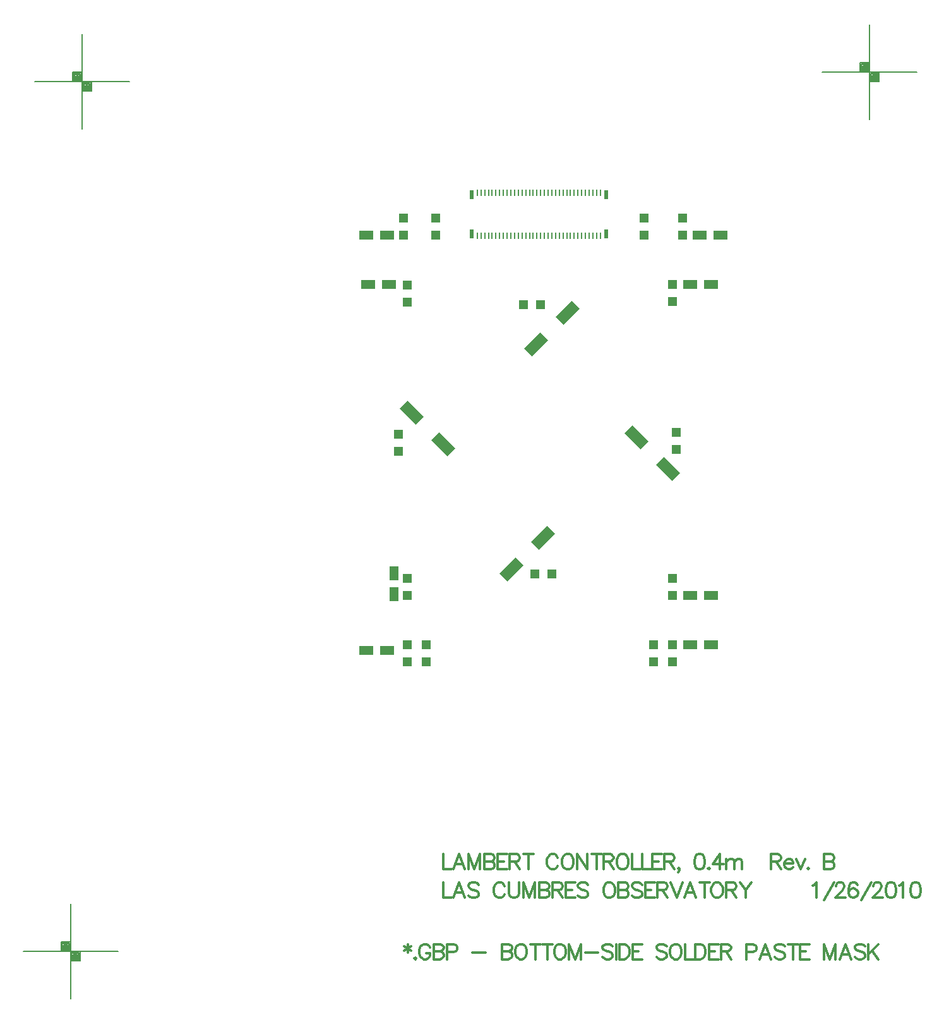
<source format=gbp>
%FSLAX25Y25*%
%MOIN*%
G70*
G01*
G75*
G04 Layer_Color=128*
%ADD10C,0.01000*%
%ADD11C,0.00787*%
%ADD12C,0.00984*%
%ADD13C,0.00700*%
%ADD14C,0.01201*%
%ADD15C,0.00800*%
%ADD16C,0.01200*%
%ADD17C,0.01201*%
%ADD18C,0.07000*%
%ADD19R,0.07000X0.07000*%
%ADD20C,0.05512*%
%ADD21C,0.03937*%
%ADD22C,0.03543*%
%ADD23C,0.07087*%
%ADD24C,0.04807*%
%ADD25C,0.04724*%
%ADD26C,0.16929*%
%ADD27C,0.02400*%
%ADD28C,0.04000*%
%ADD29C,0.09874*%
%ADD30C,0.06000*%
G04:AMPARAMS|DCode=31|XSize=100mil|YSize=100mil|CornerRadius=0mil|HoleSize=0mil|Usage=FLASHONLY|Rotation=0.000|XOffset=0mil|YOffset=0mil|HoleType=Round|Shape=Relief|Width=10mil|Gap=10mil|Entries=4|*
%AMTHD31*
7,0,0,0.10000,0.08000,0.01000,45*
%
%ADD31THD31*%
%ADD32C,0.05347*%
%ADD33C,0.05937*%
%ADD34C,0.05543*%
%ADD35C,0.09087*%
%ADD36C,0.06921*%
%ADD37C,0.18929*%
%ADD38C,0.03000*%
G04:AMPARAMS|DCode=39|XSize=70mil|YSize=70mil|CornerRadius=0mil|HoleSize=0mil|Usage=FLASHONLY|Rotation=0.000|XOffset=0mil|YOffset=0mil|HoleType=Round|Shape=Relief|Width=10mil|Gap=10mil|Entries=4|*
%AMTHD39*
7,0,0,0.07000,0.05000,0.01000,45*
%
%ADD39THD39*%
%ADD40C,0.00500*%
%ADD41R,0.07800X0.04800*%
%ADD42R,0.05000X0.05000*%
G04:AMPARAMS|DCode=43|XSize=59.06mil|YSize=118.11mil|CornerRadius=0mil|HoleSize=0mil|Usage=FLASHONLY|Rotation=225.000|XOffset=0mil|YOffset=0mil|HoleType=Round|Shape=Rectangle|*
%AMROTATEDRECTD43*
4,1,4,-0.02088,0.06264,0.06264,-0.02088,0.02088,-0.06264,-0.06264,0.02088,-0.02088,0.06264,0.0*
%
%ADD43ROTATEDRECTD43*%

%ADD44R,0.02362X0.05118*%
%ADD45R,0.00984X0.03543*%
G04:AMPARAMS|DCode=46|XSize=59.06mil|YSize=118.11mil|CornerRadius=0mil|HoleSize=0mil|Usage=FLASHONLY|Rotation=315.000|XOffset=0mil|YOffset=0mil|HoleType=Round|Shape=Rectangle|*
%AMROTATEDRECTD46*
4,1,4,-0.06264,-0.02088,0.02088,0.06264,0.06264,0.02088,-0.02088,-0.06264,-0.06264,-0.02088,0.0*
%
%ADD46ROTATEDRECTD46*%

%ADD47R,0.05000X0.05000*%
%ADD48R,0.04800X0.07800*%
%ADD49C,0.03000*%
D15*
X293161Y320429D02*
X294161D01*
X293161Y319929D02*
Y320929D01*
Y319929D02*
X294161D01*
Y320929D01*
X293161D02*
X294161D01*
X292661Y319429D02*
Y320929D01*
Y319429D02*
X294661D01*
Y321429D01*
X292661D02*
X294661D01*
X292161Y318929D02*
Y321429D01*
Y318929D02*
X295161D01*
Y321929D01*
X292161D02*
X295161D01*
X291661Y318429D02*
Y322429D01*
Y318429D02*
X295661D01*
Y322429D01*
X291661D02*
X295661D01*
X298161Y315429D02*
X299161D01*
X298161Y314929D02*
Y315929D01*
Y314929D02*
X299161D01*
Y315929D01*
X298161D02*
X299161D01*
X297661Y314429D02*
Y315929D01*
Y314429D02*
X299661D01*
Y316429D01*
X297661D02*
X299661D01*
X297161Y313929D02*
Y316429D01*
Y313929D02*
X300161D01*
Y316929D01*
X297161D02*
X300161D01*
X296661Y313429D02*
Y317429D01*
Y313429D02*
X300661D01*
Y317429D01*
X296661D02*
X300661D01*
X296161Y312929D02*
X301161D01*
Y317929D01*
X291161Y322929D02*
X296161D01*
X291161Y317929D02*
Y322929D01*
X296161Y292929D02*
Y342929D01*
X271161Y317929D02*
X321161D01*
X-122488Y315492D02*
X-121488D01*
X-122488Y314992D02*
Y315992D01*
Y314992D02*
X-121488D01*
Y315992D01*
X-122488D02*
X-121488D01*
X-122988Y314492D02*
Y315992D01*
Y314492D02*
X-120988D01*
Y316492D01*
X-122988D02*
X-120988D01*
X-123488Y313992D02*
Y316492D01*
Y313992D02*
X-120488D01*
Y316992D01*
X-123488D02*
X-120488D01*
X-123988Y313492D02*
Y317492D01*
Y313492D02*
X-119988D01*
Y317492D01*
X-123988D02*
X-119988D01*
X-117488Y310492D02*
X-116488D01*
X-117488Y309992D02*
Y310992D01*
Y309992D02*
X-116488D01*
Y310992D01*
X-117488D02*
X-116488D01*
X-117988Y309492D02*
Y310992D01*
Y309492D02*
X-115988D01*
Y311492D01*
X-117988D02*
X-115988D01*
X-118488Y308992D02*
Y311492D01*
Y308992D02*
X-115488D01*
Y311992D01*
X-118488D02*
X-115488D01*
X-118988Y308492D02*
Y312492D01*
Y308492D02*
X-114988D01*
Y312492D01*
X-118988D02*
X-114988D01*
X-119488Y307992D02*
X-114488D01*
Y312992D01*
X-124488Y317992D02*
X-119488D01*
X-124488Y312992D02*
Y317992D01*
X-119488Y287992D02*
Y337992D01*
X-144488Y312992D02*
X-94488D01*
X-128591Y-143268D02*
X-127591D01*
X-128591Y-143768D02*
Y-142768D01*
Y-143768D02*
X-127591D01*
Y-142768D01*
X-128591D02*
X-127591D01*
X-129091Y-144268D02*
Y-142768D01*
Y-144268D02*
X-127091D01*
Y-142268D01*
X-129091D02*
X-127091D01*
X-129591Y-144768D02*
Y-142268D01*
Y-144768D02*
X-126591D01*
Y-141768D01*
X-129591D02*
X-126591D01*
X-130091Y-145268D02*
Y-141268D01*
Y-145268D02*
X-126091D01*
Y-141268D01*
X-130091D02*
X-126091D01*
X-123591Y-148268D02*
X-122591D01*
X-123591Y-148768D02*
Y-147768D01*
Y-148768D02*
X-122591D01*
Y-147768D01*
X-123591D02*
X-122591D01*
X-124091Y-149268D02*
Y-147768D01*
Y-149268D02*
X-122091D01*
Y-147268D01*
X-124091D02*
X-122091D01*
X-124591Y-149768D02*
Y-147268D01*
Y-149768D02*
X-121591D01*
Y-146768D01*
X-124591D02*
X-121591D01*
X-125091Y-150268D02*
Y-146268D01*
Y-150268D02*
X-121091D01*
Y-146268D01*
X-125091D02*
X-121091D01*
X-125591Y-150768D02*
X-120591D01*
Y-145768D01*
X-130591Y-140768D02*
X-125591D01*
X-130591Y-145768D02*
Y-140768D01*
X-125591Y-170768D02*
Y-120768D01*
X-150591Y-145768D02*
X-100591D01*
D16*
X52397Y-141903D02*
Y-146474D01*
X50492Y-143046D02*
X54301Y-145331D01*
Y-143046D02*
X50492Y-145331D01*
X56319Y-149140D02*
X55939Y-149521D01*
X56319Y-149902D01*
X56700Y-149521D01*
X56319Y-149140D01*
X64165Y-143808D02*
X63784Y-143046D01*
X63023Y-142284D01*
X62261Y-141903D01*
X60738D01*
X59976Y-142284D01*
X59214Y-143046D01*
X58833Y-143808D01*
X58452Y-144950D01*
Y-146855D01*
X58833Y-147997D01*
X59214Y-148759D01*
X59976Y-149521D01*
X60738Y-149902D01*
X62261D01*
X63023Y-149521D01*
X63784Y-148759D01*
X64165Y-147997D01*
Y-146855D01*
X62261D02*
X64165D01*
X65994Y-141903D02*
Y-149902D01*
Y-141903D02*
X69421D01*
X70564Y-142284D01*
X70945Y-142665D01*
X71326Y-143427D01*
Y-144188D01*
X70945Y-144950D01*
X70564Y-145331D01*
X69421Y-145712D01*
X65994D02*
X69421D01*
X70564Y-146093D01*
X70945Y-146474D01*
X71326Y-147236D01*
Y-148378D01*
X70945Y-149140D01*
X70564Y-149521D01*
X69421Y-149902D01*
X65994D01*
X73116Y-146093D02*
X76544D01*
X77686Y-145712D01*
X78067Y-145331D01*
X78448Y-144569D01*
Y-143427D01*
X78067Y-142665D01*
X77686Y-142284D01*
X76544Y-141903D01*
X73116D01*
Y-149902D01*
X86523Y-146474D02*
X93378D01*
X102024Y-141903D02*
Y-149902D01*
Y-141903D02*
X105452D01*
X106594Y-142284D01*
X106975Y-142665D01*
X107356Y-143427D01*
Y-144188D01*
X106975Y-144950D01*
X106594Y-145331D01*
X105452Y-145712D01*
X102024D02*
X105452D01*
X106594Y-146093D01*
X106975Y-146474D01*
X107356Y-147236D01*
Y-148378D01*
X106975Y-149140D01*
X106594Y-149521D01*
X105452Y-149902D01*
X102024D01*
X111431Y-141903D02*
X110670Y-142284D01*
X109908Y-143046D01*
X109527Y-143808D01*
X109146Y-144950D01*
Y-146855D01*
X109527Y-147997D01*
X109908Y-148759D01*
X110670Y-149521D01*
X111431Y-149902D01*
X112955D01*
X113717Y-149521D01*
X114478Y-148759D01*
X114859Y-147997D01*
X115240Y-146855D01*
Y-144950D01*
X114859Y-143808D01*
X114478Y-143046D01*
X113717Y-142284D01*
X112955Y-141903D01*
X111431D01*
X119773D02*
Y-149902D01*
X117106Y-141903D02*
X122439D01*
X126057D02*
Y-149902D01*
X123391Y-141903D02*
X128723D01*
X131960D02*
X131199Y-142284D01*
X130437Y-143046D01*
X130056Y-143808D01*
X129675Y-144950D01*
Y-146855D01*
X130056Y-147997D01*
X130437Y-148759D01*
X131199Y-149521D01*
X131960Y-149902D01*
X133484D01*
X134246Y-149521D01*
X135007Y-148759D01*
X135388Y-147997D01*
X135769Y-146855D01*
Y-144950D01*
X135388Y-143808D01*
X135007Y-143046D01*
X134246Y-142284D01*
X133484Y-141903D01*
X131960D01*
X137635D02*
Y-149902D01*
Y-141903D02*
X140682Y-149902D01*
X143729Y-141903D02*
X140682Y-149902D01*
X143729Y-141903D02*
Y-149902D01*
X146014Y-146474D02*
X152870D01*
X160564Y-143046D02*
X159802Y-142284D01*
X158659Y-141903D01*
X157136D01*
X155993Y-142284D01*
X155232Y-143046D01*
Y-143808D01*
X155613Y-144569D01*
X155993Y-144950D01*
X156755Y-145331D01*
X159040Y-146093D01*
X159802Y-146474D01*
X160183Y-146855D01*
X160564Y-147616D01*
Y-148759D01*
X159802Y-149521D01*
X158659Y-149902D01*
X157136D01*
X155993Y-149521D01*
X155232Y-148759D01*
X162354Y-141903D02*
Y-149902D01*
X164030Y-141903D02*
Y-149902D01*
Y-141903D02*
X166696D01*
X167838Y-142284D01*
X168600Y-143046D01*
X168981Y-143808D01*
X169362Y-144950D01*
Y-146855D01*
X168981Y-147997D01*
X168600Y-148759D01*
X167838Y-149521D01*
X166696Y-149902D01*
X164030D01*
X176103Y-141903D02*
X171152D01*
Y-149902D01*
X176103D01*
X171152Y-145712D02*
X174199D01*
X189053Y-143046D02*
X188291Y-142284D01*
X187149Y-141903D01*
X185625D01*
X184483Y-142284D01*
X183721Y-143046D01*
Y-143808D01*
X184102Y-144569D01*
X184483Y-144950D01*
X185244Y-145331D01*
X187529Y-146093D01*
X188291Y-146474D01*
X188672Y-146855D01*
X189053Y-147616D01*
Y-148759D01*
X188291Y-149521D01*
X187149Y-149902D01*
X185625D01*
X184483Y-149521D01*
X183721Y-148759D01*
X193128Y-141903D02*
X192367Y-142284D01*
X191605Y-143046D01*
X191224Y-143808D01*
X190843Y-144950D01*
Y-146855D01*
X191224Y-147997D01*
X191605Y-148759D01*
X192367Y-149521D01*
X193128Y-149902D01*
X194652D01*
X195413Y-149521D01*
X196175Y-148759D01*
X196556Y-147997D01*
X196937Y-146855D01*
Y-144950D01*
X196556Y-143808D01*
X196175Y-143046D01*
X195413Y-142284D01*
X194652Y-141903D01*
X193128D01*
X198803D02*
Y-149902D01*
X203374D01*
X204250Y-141903D02*
Y-149902D01*
Y-141903D02*
X206916D01*
X208058Y-142284D01*
X208820Y-143046D01*
X209201Y-143808D01*
X209582Y-144950D01*
Y-146855D01*
X209201Y-147997D01*
X208820Y-148759D01*
X208058Y-149521D01*
X206916Y-149902D01*
X204250D01*
X216323Y-141903D02*
X211372D01*
Y-149902D01*
X216323D01*
X211372Y-145712D02*
X214419D01*
X217656Y-141903D02*
Y-149902D01*
Y-141903D02*
X221084D01*
X222227Y-142284D01*
X222608Y-142665D01*
X222989Y-143427D01*
Y-144188D01*
X222608Y-144950D01*
X222227Y-145331D01*
X221084Y-145712D01*
X217656D01*
X220322D02*
X222989Y-149902D01*
X231063Y-146093D02*
X234491D01*
X235633Y-145712D01*
X236014Y-145331D01*
X236395Y-144569D01*
Y-143427D01*
X236014Y-142665D01*
X235633Y-142284D01*
X234491Y-141903D01*
X231063D01*
Y-149902D01*
X244279D02*
X241232Y-141903D01*
X238185Y-149902D01*
X239328Y-147236D02*
X243137D01*
X251478Y-143046D02*
X250716Y-142284D01*
X249573Y-141903D01*
X248050D01*
X246907Y-142284D01*
X246145Y-143046D01*
Y-143808D01*
X246526Y-144569D01*
X246907Y-144950D01*
X247669Y-145331D01*
X249954Y-146093D01*
X250716Y-146474D01*
X251097Y-146855D01*
X251478Y-147616D01*
Y-148759D01*
X250716Y-149521D01*
X249573Y-149902D01*
X248050D01*
X246907Y-149521D01*
X246145Y-148759D01*
X255934Y-141903D02*
Y-149902D01*
X253268Y-141903D02*
X258600D01*
X264503D02*
X259552D01*
Y-149902D01*
X264503D01*
X259552Y-145712D02*
X262599D01*
X272121Y-141903D02*
Y-149902D01*
Y-141903D02*
X275168Y-149902D01*
X278215Y-141903D02*
X275168Y-149902D01*
X278215Y-141903D02*
Y-149902D01*
X286594D02*
X283547Y-141903D01*
X280500Y-149902D01*
X281643Y-147236D02*
X285451D01*
X293792Y-143046D02*
X293031Y-142284D01*
X291888Y-141903D01*
X290365D01*
X289222Y-142284D01*
X288460Y-143046D01*
Y-143808D01*
X288841Y-144569D01*
X289222Y-144950D01*
X289984Y-145331D01*
X292269Y-146093D01*
X293031Y-146474D01*
X293411Y-146855D01*
X293792Y-147616D01*
Y-148759D01*
X293031Y-149521D01*
X291888Y-149902D01*
X290365D01*
X289222Y-149521D01*
X288460Y-148759D01*
X295583Y-141903D02*
Y-149902D01*
X300915Y-141903D02*
X295583Y-147236D01*
X297487Y-145331D02*
X300915Y-149902D01*
X71020Y-94454D02*
Y-102452D01*
X75590D01*
X82560D02*
X79513Y-94454D01*
X76466Y-102452D01*
X77609Y-99786D02*
X81417D01*
X84426Y-94454D02*
Y-102452D01*
Y-94454D02*
X87473Y-102452D01*
X90520Y-94454D02*
X87473Y-102452D01*
X90520Y-94454D02*
Y-102452D01*
X92805Y-94454D02*
Y-102452D01*
Y-94454D02*
X96233D01*
X97376Y-94835D01*
X97757Y-95215D01*
X98138Y-95977D01*
Y-96739D01*
X97757Y-97501D01*
X97376Y-97882D01*
X96233Y-98262D01*
X92805D02*
X96233D01*
X97376Y-98643D01*
X97757Y-99024D01*
X98138Y-99786D01*
Y-100928D01*
X97757Y-101690D01*
X97376Y-102071D01*
X96233Y-102452D01*
X92805D01*
X104879Y-94454D02*
X99928D01*
Y-102452D01*
X104879D01*
X99928Y-98262D02*
X102975D01*
X106212Y-94454D02*
Y-102452D01*
Y-94454D02*
X109640D01*
X110783Y-94835D01*
X111163Y-95215D01*
X111544Y-95977D01*
Y-96739D01*
X111163Y-97501D01*
X110783Y-97882D01*
X109640Y-98262D01*
X106212D01*
X108878D02*
X111544Y-102452D01*
X116000Y-94454D02*
Y-102452D01*
X113334Y-94454D02*
X118667D01*
X131616Y-96358D02*
X131235Y-95596D01*
X130474Y-94835D01*
X129712Y-94454D01*
X128188D01*
X127427Y-94835D01*
X126665Y-95596D01*
X126284Y-96358D01*
X125903Y-97501D01*
Y-99405D01*
X126284Y-100548D01*
X126665Y-101309D01*
X127427Y-102071D01*
X128188Y-102452D01*
X129712D01*
X130474Y-102071D01*
X131235Y-101309D01*
X131616Y-100548D01*
X136149Y-94454D02*
X135387Y-94835D01*
X134625Y-95596D01*
X134244Y-96358D01*
X133863Y-97501D01*
Y-99405D01*
X134244Y-100548D01*
X134625Y-101309D01*
X135387Y-102071D01*
X136149Y-102452D01*
X137672D01*
X138434Y-102071D01*
X139196Y-101309D01*
X139576Y-100548D01*
X139957Y-99405D01*
Y-97501D01*
X139576Y-96358D01*
X139196Y-95596D01*
X138434Y-94835D01*
X137672Y-94454D01*
X136149D01*
X141824D02*
Y-102452D01*
Y-94454D02*
X147156Y-102452D01*
Y-94454D02*
Y-102452D01*
X152031Y-94454D02*
Y-102452D01*
X149365Y-94454D02*
X154697D01*
X155649D02*
Y-102452D01*
Y-94454D02*
X159077D01*
X160220Y-94835D01*
X160600Y-95215D01*
X160981Y-95977D01*
Y-96739D01*
X160600Y-97501D01*
X160220Y-97882D01*
X159077Y-98262D01*
X155649D01*
X158315D02*
X160981Y-102452D01*
X165057Y-94454D02*
X164295Y-94835D01*
X163533Y-95596D01*
X163152Y-96358D01*
X162771Y-97501D01*
Y-99405D01*
X163152Y-100548D01*
X163533Y-101309D01*
X164295Y-102071D01*
X165057Y-102452D01*
X166580D01*
X167342Y-102071D01*
X168104Y-101309D01*
X168484Y-100548D01*
X168865Y-99405D01*
Y-97501D01*
X168484Y-96358D01*
X168104Y-95596D01*
X167342Y-94835D01*
X166580Y-94454D01*
X165057D01*
X170732D02*
Y-102452D01*
X175302D01*
X176178Y-94454D02*
Y-102452D01*
X180748D01*
X186576Y-94454D02*
X181624D01*
Y-102452D01*
X186576D01*
X181624Y-98262D02*
X184671D01*
X187909Y-94454D02*
Y-102452D01*
Y-94454D02*
X191337D01*
X192479Y-94835D01*
X192860Y-95215D01*
X193241Y-95977D01*
Y-96739D01*
X192860Y-97501D01*
X192479Y-97882D01*
X191337Y-98262D01*
X187909D01*
X190575D02*
X193241Y-102452D01*
X195793Y-102071D02*
X195412Y-102452D01*
X195031Y-102071D01*
X195412Y-101690D01*
X195793Y-102071D01*
Y-102833D01*
X195412Y-103595D01*
X195031Y-103975D01*
X206115Y-94454D02*
X204972Y-94835D01*
X204210Y-95977D01*
X203829Y-97882D01*
Y-99024D01*
X204210Y-100928D01*
X204972Y-102071D01*
X206115Y-102452D01*
X206876D01*
X208019Y-102071D01*
X208781Y-100928D01*
X209161Y-99024D01*
Y-97882D01*
X208781Y-95977D01*
X208019Y-94835D01*
X206876Y-94454D01*
X206115D01*
X211333Y-101690D02*
X210952Y-102071D01*
X211333Y-102452D01*
X211713Y-102071D01*
X211333Y-101690D01*
X217274Y-94454D02*
X213465Y-99786D01*
X219178D01*
X217274Y-94454D02*
Y-102452D01*
X220588Y-97120D02*
Y-102452D01*
Y-98643D02*
X221730Y-97501D01*
X222492Y-97120D01*
X223635D01*
X224396Y-97501D01*
X224777Y-98643D01*
Y-102452D01*
Y-98643D02*
X225920Y-97501D01*
X226682Y-97120D01*
X227824D01*
X228586Y-97501D01*
X228967Y-98643D01*
Y-102452D01*
X244049Y-94454D02*
Y-102452D01*
Y-94454D02*
X247477D01*
X248620Y-94835D01*
X249001Y-95215D01*
X249381Y-95977D01*
Y-96739D01*
X249001Y-97501D01*
X248620Y-97882D01*
X247477Y-98262D01*
X244049D01*
X246715D02*
X249381Y-102452D01*
X251171Y-99405D02*
X255742D01*
Y-98643D01*
X255361Y-97882D01*
X254980Y-97501D01*
X254219Y-97120D01*
X253076D01*
X252314Y-97501D01*
X251552Y-98262D01*
X251171Y-99405D01*
Y-100167D01*
X251552Y-101309D01*
X252314Y-102071D01*
X253076Y-102452D01*
X254219D01*
X254980Y-102071D01*
X255742Y-101309D01*
X257456Y-97120D02*
X259741Y-102452D01*
X262026Y-97120D02*
X259741Y-102452D01*
X263702Y-101690D02*
X263321Y-102071D01*
X263702Y-102452D01*
X264083Y-102071D01*
X263702Y-101690D01*
X272119Y-94454D02*
Y-102452D01*
Y-94454D02*
X275547D01*
X276690Y-94835D01*
X277071Y-95215D01*
X277452Y-95977D01*
Y-96739D01*
X277071Y-97501D01*
X276690Y-97882D01*
X275547Y-98262D01*
X272119D02*
X275547D01*
X276690Y-98643D01*
X277071Y-99024D01*
X277452Y-99786D01*
Y-100928D01*
X277071Y-101690D01*
X276690Y-102071D01*
X275547Y-102452D01*
X272119D01*
D17*
X71020Y-109455D02*
Y-117454D01*
X75590D01*
X82560D02*
X79513Y-109455D01*
X76466Y-117454D01*
X77609Y-114787D02*
X81417D01*
X89758Y-110598D02*
X88997Y-109836D01*
X87854Y-109455D01*
X86331D01*
X85188Y-109836D01*
X84426Y-110598D01*
Y-111360D01*
X84807Y-112121D01*
X85188Y-112502D01*
X85950Y-112883D01*
X88235Y-113645D01*
X88997Y-114026D01*
X89378Y-114407D01*
X89758Y-115168D01*
Y-116311D01*
X88997Y-117073D01*
X87854Y-117454D01*
X86331D01*
X85188Y-117073D01*
X84426Y-116311D01*
X103546Y-111360D02*
X103165Y-110598D01*
X102403Y-109836D01*
X101642Y-109455D01*
X100118D01*
X99356Y-109836D01*
X98595Y-110598D01*
X98214Y-111360D01*
X97833Y-112502D01*
Y-114407D01*
X98214Y-115549D01*
X98595Y-116311D01*
X99356Y-117073D01*
X100118Y-117454D01*
X101642D01*
X102403Y-117073D01*
X103165Y-116311D01*
X103546Y-115549D01*
X105793Y-109455D02*
Y-115168D01*
X106174Y-116311D01*
X106936Y-117073D01*
X108078Y-117454D01*
X108840D01*
X109983Y-117073D01*
X110745Y-116311D01*
X111125Y-115168D01*
Y-109455D01*
X113334D02*
Y-117454D01*
Y-109455D02*
X116381Y-117454D01*
X119428Y-109455D02*
X116381Y-117454D01*
X119428Y-109455D02*
Y-117454D01*
X121714Y-109455D02*
Y-117454D01*
Y-109455D02*
X125141D01*
X126284Y-109836D01*
X126665Y-110217D01*
X127046Y-110979D01*
Y-111741D01*
X126665Y-112502D01*
X126284Y-112883D01*
X125141Y-113264D01*
X121714D02*
X125141D01*
X126284Y-113645D01*
X126665Y-114026D01*
X127046Y-114787D01*
Y-115930D01*
X126665Y-116692D01*
X126284Y-117073D01*
X125141Y-117454D01*
X121714D01*
X128836Y-109455D02*
Y-117454D01*
Y-109455D02*
X132264D01*
X133406Y-109836D01*
X133787Y-110217D01*
X134168Y-110979D01*
Y-111741D01*
X133787Y-112502D01*
X133406Y-112883D01*
X132264Y-113264D01*
X128836D01*
X131502D02*
X134168Y-117454D01*
X140909Y-109455D02*
X135958D01*
Y-117454D01*
X140909D01*
X135958Y-113264D02*
X139005D01*
X147575Y-110598D02*
X146813Y-109836D01*
X145670Y-109455D01*
X144147D01*
X143004Y-109836D01*
X142243Y-110598D01*
Y-111360D01*
X142623Y-112121D01*
X143004Y-112502D01*
X143766Y-112883D01*
X146051Y-113645D01*
X146813Y-114026D01*
X147194Y-114407D01*
X147575Y-115168D01*
Y-116311D01*
X146813Y-117073D01*
X145670Y-117454D01*
X144147D01*
X143004Y-117073D01*
X142243Y-116311D01*
X157934Y-109455D02*
X157173Y-109836D01*
X156411Y-110598D01*
X156030Y-111360D01*
X155649Y-112502D01*
Y-114407D01*
X156030Y-115549D01*
X156411Y-116311D01*
X157173Y-117073D01*
X157934Y-117454D01*
X159458D01*
X160220Y-117073D01*
X160981Y-116311D01*
X161362Y-115549D01*
X161743Y-114407D01*
Y-112502D01*
X161362Y-111360D01*
X160981Y-110598D01*
X160220Y-109836D01*
X159458Y-109455D01*
X157934D01*
X163609D02*
Y-117454D01*
Y-109455D02*
X167037D01*
X168180Y-109836D01*
X168561Y-110217D01*
X168941Y-110979D01*
Y-111741D01*
X168561Y-112502D01*
X168180Y-112883D01*
X167037Y-113264D01*
X163609D02*
X167037D01*
X168180Y-113645D01*
X168561Y-114026D01*
X168941Y-114787D01*
Y-115930D01*
X168561Y-116692D01*
X168180Y-117073D01*
X167037Y-117454D01*
X163609D01*
X176064Y-110598D02*
X175302Y-109836D01*
X174160Y-109455D01*
X172636D01*
X171493Y-109836D01*
X170732Y-110598D01*
Y-111360D01*
X171113Y-112121D01*
X171493Y-112502D01*
X172255Y-112883D01*
X174540Y-113645D01*
X175302Y-114026D01*
X175683Y-114407D01*
X176064Y-115168D01*
Y-116311D01*
X175302Y-117073D01*
X174160Y-117454D01*
X172636D01*
X171493Y-117073D01*
X170732Y-116311D01*
X182805Y-109455D02*
X177854D01*
Y-117454D01*
X182805D01*
X177854Y-113264D02*
X180901D01*
X184138Y-109455D02*
Y-117454D01*
Y-109455D02*
X187566D01*
X188709Y-109836D01*
X189090Y-110217D01*
X189471Y-110979D01*
Y-111741D01*
X189090Y-112502D01*
X188709Y-112883D01*
X187566Y-113264D01*
X184138D01*
X186804D02*
X189471Y-117454D01*
X191261Y-109455D02*
X194307Y-117454D01*
X197354Y-109455D02*
X194307Y-117454D01*
X204477D02*
X201430Y-109455D01*
X198383Y-117454D01*
X199525Y-114787D02*
X203334D01*
X209009Y-109455D02*
Y-117454D01*
X206343Y-109455D02*
X211675D01*
X214913D02*
X214151Y-109836D01*
X213389Y-110598D01*
X213008Y-111360D01*
X212627Y-112502D01*
Y-114407D01*
X213008Y-115549D01*
X213389Y-116311D01*
X214151Y-117073D01*
X214913Y-117454D01*
X216436D01*
X217198Y-117073D01*
X217960Y-116311D01*
X218340Y-115549D01*
X218721Y-114407D01*
Y-112502D01*
X218340Y-111360D01*
X217960Y-110598D01*
X217198Y-109836D01*
X216436Y-109455D01*
X214913D01*
X220588D02*
Y-117454D01*
Y-109455D02*
X224015D01*
X225158Y-109836D01*
X225539Y-110217D01*
X225920Y-110979D01*
Y-111741D01*
X225539Y-112502D01*
X225158Y-112883D01*
X224015Y-113264D01*
X220588D01*
X223254D02*
X225920Y-117454D01*
X227710Y-109455D02*
X230757Y-113264D01*
Y-117454D01*
X233804Y-109455D02*
X230757Y-113264D01*
X266254Y-110979D02*
X267016Y-110598D01*
X268158Y-109455D01*
Y-117454D01*
X272119Y-118596D02*
X277452Y-109455D01*
X278366Y-111360D02*
Y-110979D01*
X278747Y-110217D01*
X279127Y-109836D01*
X279889Y-109455D01*
X281413D01*
X282174Y-109836D01*
X282555Y-110217D01*
X282936Y-110979D01*
Y-111741D01*
X282555Y-112502D01*
X281794Y-113645D01*
X277985Y-117454D01*
X283317D01*
X289678Y-110598D02*
X289297Y-109836D01*
X288154Y-109455D01*
X287392D01*
X286250Y-109836D01*
X285488Y-110979D01*
X285107Y-112883D01*
Y-114787D01*
X285488Y-116311D01*
X286250Y-117073D01*
X287392Y-117454D01*
X287773D01*
X288916Y-117073D01*
X289678Y-116311D01*
X290058Y-115168D01*
Y-114787D01*
X289678Y-113645D01*
X288916Y-112883D01*
X287773Y-112502D01*
X287392D01*
X286250Y-112883D01*
X285488Y-113645D01*
X285107Y-114787D01*
X291810Y-118596D02*
X297143Y-109455D01*
X298057Y-111360D02*
Y-110979D01*
X298438Y-110217D01*
X298818Y-109836D01*
X299580Y-109455D01*
X301104D01*
X301865Y-109836D01*
X302246Y-110217D01*
X302627Y-110979D01*
Y-111741D01*
X302246Y-112502D01*
X301485Y-113645D01*
X297676Y-117454D01*
X303008D01*
X307083Y-109455D02*
X305941Y-109836D01*
X305179Y-110979D01*
X304798Y-112883D01*
Y-114026D01*
X305179Y-115930D01*
X305941Y-117073D01*
X307083Y-117454D01*
X307845D01*
X308988Y-117073D01*
X309750Y-115930D01*
X310130Y-114026D01*
Y-112883D01*
X309750Y-110979D01*
X308988Y-109836D01*
X307845Y-109455D01*
X307083D01*
X311920Y-110979D02*
X312682Y-110598D01*
X313825Y-109455D01*
Y-117454D01*
X320071Y-109455D02*
X318928Y-109836D01*
X318167Y-110979D01*
X317786Y-112883D01*
Y-114026D01*
X318167Y-115930D01*
X318928Y-117073D01*
X320071Y-117454D01*
X320833D01*
X321975Y-117073D01*
X322737Y-115930D01*
X323118Y-114026D01*
Y-112883D01*
X322737Y-110979D01*
X321975Y-109836D01*
X320833Y-109455D01*
X320071D01*
D41*
X31500Y206000D02*
D03*
X42500D02*
D03*
X30500Y13000D02*
D03*
X41500D02*
D03*
X212500Y16000D02*
D03*
X201500D02*
D03*
X217500Y232000D02*
D03*
X206500D02*
D03*
X30500D02*
D03*
X41500D02*
D03*
X212500Y42000D02*
D03*
X201500D02*
D03*
X212500Y206000D02*
D03*
X201500D02*
D03*
D42*
X52000Y196600D02*
D03*
Y205600D02*
D03*
X47547Y126925D02*
D03*
Y117925D02*
D03*
X194047Y118925D02*
D03*
Y127925D02*
D03*
X52047Y6925D02*
D03*
Y15925D02*
D03*
X192047Y6925D02*
D03*
Y15925D02*
D03*
X197400Y240900D02*
D03*
Y231900D02*
D03*
X50047Y240925D02*
D03*
Y231925D02*
D03*
X62047Y6925D02*
D03*
Y15925D02*
D03*
X182047Y6925D02*
D03*
Y15925D02*
D03*
X177047Y240925D02*
D03*
Y231925D02*
D03*
X52047Y50925D02*
D03*
Y41925D02*
D03*
X192047Y50925D02*
D03*
Y41925D02*
D03*
Y196925D02*
D03*
Y205925D02*
D03*
X67047Y240925D02*
D03*
Y231925D02*
D03*
D43*
X189728Y108639D02*
D03*
X173024Y125342D02*
D03*
X54367Y138212D02*
D03*
X71070Y121509D02*
D03*
D44*
X86130Y232480D02*
D03*
Y253346D02*
D03*
X156996D02*
D03*
Y232480D02*
D03*
D45*
X154043Y231693D02*
D03*
X152075D02*
D03*
X150106D02*
D03*
X148138D02*
D03*
X146169D02*
D03*
X144201D02*
D03*
X142232D02*
D03*
X140264D02*
D03*
X138295D02*
D03*
X136327D02*
D03*
X134358D02*
D03*
X132390D02*
D03*
X130421D02*
D03*
X128453D02*
D03*
X126484D02*
D03*
X124516D02*
D03*
X122547D02*
D03*
X120579D02*
D03*
X118610D02*
D03*
X116642D02*
D03*
X114673D02*
D03*
X112705D02*
D03*
X110736D02*
D03*
X108768D02*
D03*
X106799D02*
D03*
X104831D02*
D03*
X102862D02*
D03*
X100894D02*
D03*
X98925D02*
D03*
X96957D02*
D03*
X94988D02*
D03*
X93020D02*
D03*
X91051D02*
D03*
X89083D02*
D03*
X154043Y254134D02*
D03*
D03*
X152075D02*
D03*
X150106D02*
D03*
X148138D02*
D03*
X146169D02*
D03*
X144201D02*
D03*
X142232D02*
D03*
X140264D02*
D03*
X138295D02*
D03*
X136327D02*
D03*
X134358D02*
D03*
X132390D02*
D03*
X130421D02*
D03*
X128453D02*
D03*
X126484D02*
D03*
X124516D02*
D03*
X122547D02*
D03*
X120579D02*
D03*
X118610D02*
D03*
X116642D02*
D03*
X114673D02*
D03*
X112705D02*
D03*
X110736D02*
D03*
X108768D02*
D03*
X106799D02*
D03*
X104831D02*
D03*
X102862D02*
D03*
X100894D02*
D03*
X98925D02*
D03*
X96957D02*
D03*
X94988D02*
D03*
X93020D02*
D03*
X91051D02*
D03*
X89083D02*
D03*
D46*
X136834Y191106D02*
D03*
X120131Y174402D02*
D03*
X107261Y55745D02*
D03*
X123964Y72448D02*
D03*
D47*
X122547Y195425D02*
D03*
X113547D02*
D03*
X119547Y53425D02*
D03*
X128547D02*
D03*
D48*
X45000Y53500D02*
D03*
Y42500D02*
D03*
M02*

</source>
